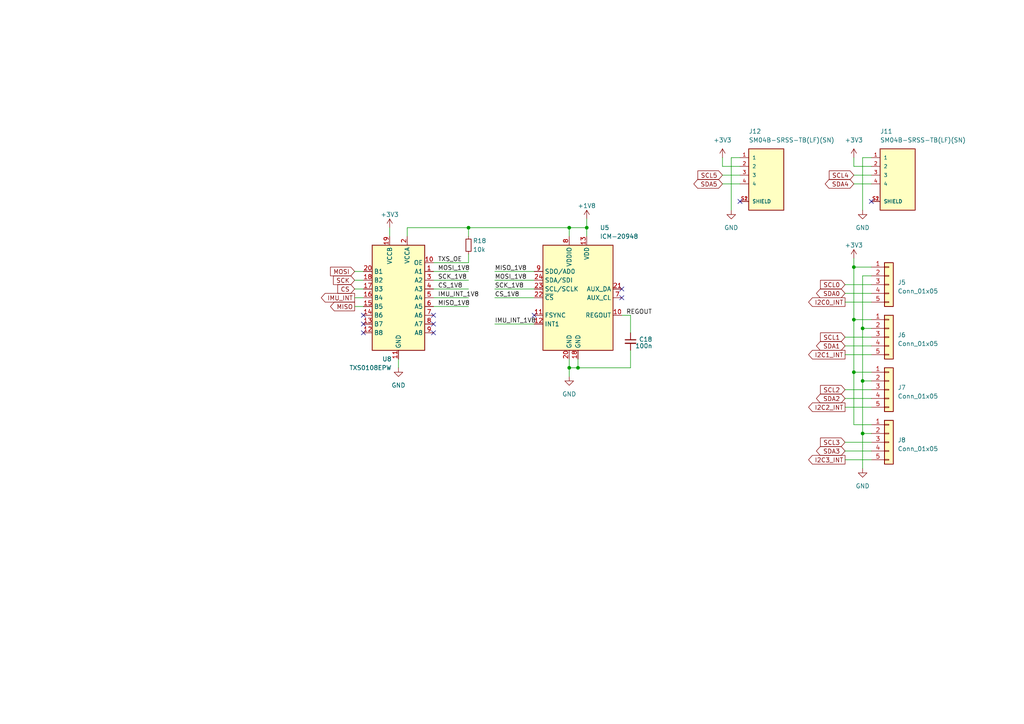
<source format=kicad_sch>
(kicad_sch (version 20230121) (generator eeschema)
  (paper "A4")
  (lib_symbols
    (symbol "Connector_Generic:Conn_01x05" (pin_names (offset 1.016) hide)
      (property "Reference" "J" (at 0 7.62 0))
      (property "Value" "Conn_01x05" (at 0 -7.62 0))
      (symbol "Conn_01x05_1_1"
        (rectangle (start -1.27 -4.953) (end 0 -5.207) (stroke (width 0.1524)))
        (rectangle (start -1.27 -2.413) (end 0 -2.667) (stroke (width 0.1524)))
        (rectangle (start -1.27 0.127) (end 0 -0.127) (stroke (width 0.1524)))
        (rectangle (start -1.27 2.667) (end 0 2.413) (stroke (width 0.1524)))
        (rectangle (start -1.27 5.207) (end 0 4.953) (stroke (width 0.1524)))
        (rectangle (start -1.27 6.35) (end 1.27 -6.35) (stroke (width 0.254)) (fill (type background)))
        (pin passive line (at -5.08 5.08 0) (length 3.81) (name "Pin_1") (number "1"))
        (pin passive line (at -5.08 2.54 0) (length 3.81) (name "Pin_2") (number "2"))
        (pin passive line (at -5.08 0 0) (length 3.81) (name "Pin_3") (number "3"))
        (pin passive line (at -5.08 -2.54 0) (length 3.81) (name "Pin_4") (number "4"))
        (pin passive line (at -5.08 -5.08 0) (length 3.81) (name "Pin_5") (number "5"))
      )
    )
    (symbol "Device:C_Small" (pin_numbers hide) (pin_names (offset 0.254) hide)
      (property "Reference" "C" (at 0.254 1.778 0))
      (property "Value" "C_Small" (at 0.254 -2.032 0))
      (symbol "C_Small_0_1"
        (polyline (pts (xy -1.524 -0.508) (xy 1.524 -0.508)) (stroke (width 0.3302)))
        (polyline (pts (xy -1.524 0.508) (xy 1.524 0.508)) (stroke (width 0.3048)))
      )
      (symbol "C_Small_1_1"
        (pin passive line (at 0 2.54 270) (length 2.032) (name "~") (number "1"))
        (pin passive line (at 0 -2.54 90) (length 2.032) (name "~") (number "2"))
      )
    )
    (symbol "Device:R_Small" (pin_numbers hide) (pin_names (offset 0.254) hide)
      (property "Reference" "R" (at 0.762 0.508 0))
      (property "Value" "R_Small" (at 0.762 -1.016 0))
      (symbol "R_Small_0_1"
        (rectangle (start -0.762 1.778) (end 0.762 -1.778) (stroke (width 0.2032)))
      )
      (symbol "R_Small_1_1"
        (pin passive line (at 0 2.54 270) (length 0.762) (name "~") (number "1"))
        (pin passive line (at 0 -2.54 90) (length 0.762) (name "~") (number "2"))
      )
    )
    (symbol "Logic_LevelTranslator:TXS0108EPW"
      (property "Reference" "U" (at -6.35 16.51 0))
      (property "Value" "TXS0108EPW" (at 3.81 16.51 0))
      (symbol "TXS0108EPW_0_1"
        (rectangle (start -7.62 15.24) (end 7.62 -15.24) (stroke (width 0.254)) (fill (type background)))
      )
      (symbol "TXS0108EPW_1_1"
        (pin bidirectional line (at -10.16 7.62 0) (length 2.54) (name "A1") (number "1"))
        (pin input line (at -10.16 10.16 0) (length 2.54) (name "OE") (number "10"))
        (pin power_in line (at 0 -17.78 90) (length 2.54) (name "GND") (number "11"))
        (pin bidirectional line (at 10.16 -10.16 180) (length 2.54) (name "B8") (number "12"))
        (pin bidirectional line (at 10.16 -7.62 180) (length 2.54) (name "B7") (number "13"))
        (pin bidirectional line (at 10.16 -5.08 180) (length 2.54) (name "B6") (number "14"))
        (pin bidirectional line (at 10.16 -2.54 180) (length 2.54) (name "B5") (number "15"))
        (pin bidirectional line (at 10.16 0 180) (length 2.54) (name "B4") (number "16"))
        (pin bidirectional line (at 10.16 2.54 180) (length 2.54) (name "B3") (number "17"))
        (pin bidirectional line (at 10.16 5.08 180) (length 2.54) (name "B2") (number "18"))
        (pin power_in line (at 2.54 17.78 270) (length 2.54) (name "VCCB") (number "19"))
        (pin power_in line (at -2.54 17.78 270) (length 2.54) (name "VCCA") (number "2"))
        (pin bidirectional line (at 10.16 7.62 180) (length 2.54) (name "B1") (number "20"))
        (pin bidirectional line (at -10.16 5.08 0) (length 2.54) (name "A2") (number "3"))
        (pin bidirectional line (at -10.16 2.54 0) (length 2.54) (name "A3") (number "4"))
        (pin bidirectional line (at -10.16 0 0) (length 2.54) (name "A4") (number "5"))
        (pin bidirectional line (at -10.16 -2.54 0) (length 2.54) (name "A5") (number "6"))
        (pin bidirectional line (at -10.16 -5.08 0) (length 2.54) (name "A6") (number "7"))
        (pin bidirectional line (at -10.16 -7.62 0) (length 2.54) (name "A7") (number "8"))
        (pin bidirectional line (at -10.16 -10.16 0) (length 2.54) (name "A8") (number "9"))
      )
    )
    (symbol "SM04B-SRSS-TB_LF__SN_:SM04B-SRSS-TB(LF)(SN)" (pin_names (offset 1.016))
      (property "Reference" "J" (at -5.0831 8.1433 0))
      (property "Value" "SM04B-SRSS-TB(LF)(SN)" (at -5.0835 -11.9557 0))
      (symbol "SM04B-SRSS-TB(LF)(SN)_0_0"
        (rectangle (start -5.08 -10.16) (end 5.08 7.62) (stroke (width 0.254)) (fill (type background)))
        (pin passive line (at -7.62 5.08 0) (length 2.54) (name "1") (number "1"))
        (pin passive line (at -7.62 2.54 0) (length 2.54) (name "2") (number "2"))
        (pin passive line (at -7.62 0 0) (length 2.54) (name "3") (number "3"))
        (pin passive line (at -7.62 -2.54 0) (length 2.54) (name "4") (number "4"))
        (pin passive line (at -7.62 -7.62 0) (length 2.54) (name "SHIELD") (number "S1"))
        (pin passive line (at -7.62 -7.62 0) (length 2.54) (name "SHIELD") (number "S2"))
      )
    )
    (symbol "Sensor_Motion:ICM-20948"
      (property "Reference" "U5" (at 6.35 20.32 0))
      (property "Value" "ICM-20948" (at 6.35 17.78 0))
      (symbol "ICM-20948_0_1"
        (rectangle (start -10.16 15.24) (end 10.16 -15.24) (stroke (width 0.254)) (fill (type background)))
      )
      (symbol "ICM-20948_1_1"
        (pin no_connect line (at -10.16 12.7 0) (length 2.54) hide (name "NC") (number "1"))
        (pin passive line (at 12.7 -5.08 180) (length 2.54) (name "REGOUT") (number "10"))
        (pin input line (at -12.7 -5.08 0) (length 2.54) (name "FSYNC") (number "11"))
        (pin output line (at -12.7 -7.62 0) (length 2.54) (name "INT1") (number "12"))
        (pin power_in line (at 2.54 17.78 270) (length 2.54) (name "VDD") (number "13"))
        (pin no_connect line (at 10.16 7.62 180) (length 2.54) hide (name "NC") (number "14"))
        (pin no_connect line (at 10.16 5.08 180) (length 2.54) hide (name "NC") (number "15"))
        (pin no_connect line (at 10.16 -7.62 180) (length 2.54) hide (name "NC") (number "16"))
        (pin no_connect line (at 10.16 -10.16 180) (length 2.54) hide (name "NC") (number "17"))
        (pin power_in line (at 0 -17.78 90) (length 2.54) (name "GND") (number "18"))
        (pin no_connect line (at 10.16 -12.7 180) (length 2.54) hide (name "RESV") (number "19"))
        (pin no_connect line (at -10.16 10.16 0) (length 2.54) hide (name "NC") (number "2"))
        (pin passive line (at -2.54 -17.78 90) (length 2.54) (name "GND") (number "20"))
        (pin bidirectional line (at 12.7 2.54 180) (length 2.54) (name "AUX_DA") (number "21"))
        (pin input line (at -12.7 0 0) (length 2.54) (name "~{CS}") (number "22"))
        (pin input line (at -12.7 2.54 0) (length 2.54) (name "SCL/SCLK") (number "23"))
        (pin bidirectional line (at -12.7 5.08 0) (length 2.54) (name "SDA/SDI") (number "24"))
        (pin no_connect line (at -10.16 -2.54 0) (length 2.54) hide (name "NC") (number "3"))
        (pin no_connect line (at -10.16 -10.16 0) (length 2.54) hide (name "NC") (number "4"))
        (pin no_connect line (at -10.16 -12.7 0) (length 2.54) hide (name "NC") (number "5"))
        (pin no_connect line (at 10.16 10.16 180) (length 2.54) hide (name "NC") (number "6"))
        (pin output line (at 12.7 0 180) (length 2.54) (name "AUX_CL") (number "7"))
        (pin power_in line (at -2.54 17.78 270) (length 2.54) (name "VDDIO") (number "8"))
        (pin bidirectional line (at -12.7 7.62 0) (length 2.54) (name "SDO/AD0") (number "9"))
      )
    )
    (symbol "power:+1V8" (power) (pin_names (offset 0))
      (property "Value" "+1V8" (at 0 3.556 0))
      (symbol "+1V8_0_1"
        (polyline (pts (xy -0.762 1.27) (xy 0 2.54)))
        (polyline (pts (xy 0 0) (xy 0 2.54)))
        (polyline (pts (xy 0 2.54) (xy 0.762 1.27)))
      )
      (symbol "+1V8_1_1"
        (pin power_in line (at 0 0 90) (length 0) hide (name "+1V8") (number "1"))
      )
    )
    (symbol "power:+3V3" (power) (pin_names (offset 0))
      (property "Value" "+3V3" (at 0 3.556 0))
      (symbol "+3V3_0_1"
        (polyline (pts (xy -0.762 1.27) (xy 0 2.54)))
        (polyline (pts (xy 0 0) (xy 0 2.54)))
        (polyline (pts (xy 0 2.54) (xy 0.762 1.27)))
      )
      (symbol "+3V3_1_1"
        (pin power_in line (at 0 0 90) (length 0) hide (name "+3V3") (number "1"))
      )
    )
    (symbol "power:GND" (power) (pin_names (offset 0))
      (property "Value" "GND" (at 0 -3.81 0))
      (symbol "GND_0_1"
        (polyline (pts (xy 0 0) (xy 0 -1.27) (xy 1.27 -1.27) (xy 0 -2.54) (xy -1.27 -1.27) (xy 0 -1.27)))
      )
      (symbol "GND_1_1"
        (pin power_in line (at 0 0 270) (length 0) hide (name "GND") (number "1"))
      )
    )
  )
  (junction (at 135.89 66.04))
  (junction (at 250.19 95.25))
  (junction (at 250.19 125.73))
  (junction (at 247.65 77.47))
  (junction (at 170.18 66.04))
  (junction (at 165.1 66.04))
  (junction (at 167.64 106.68))
  (junction (at 165.1 106.68))
  (junction (at 250.19 110.49))
  (junction (at 247.65 107.95))
  (junction (at 247.65 92.71))
  (no_connect (at 105.41 91.44))
  (no_connect (at 105.41 96.52))
  (no_connect (at 180.34 83.82))
  (no_connect (at 105.41 93.98))
  (no_connect (at 125.73 96.52))
  (no_connect (at 180.34 86.36))
  (no_connect (at 154.94 91.44))
  (no_connect (at 252.73 58.42))
  (no_connect (at 125.73 91.44))
  (no_connect (at 125.73 93.98))
  (no_connect (at 214.63 58.42))
  (wire (pts (xy 102.87 78.74) (xy 105.41 78.74)))
  (wire (pts (xy 118.11 66.04) (xy 135.89 66.04)))
  (wire (pts (xy 143.51 81.28) (xy 154.94 81.28)))
  (wire (pts (xy 250.19 110.49) (xy 250.19 95.25)))
  (wire (pts (xy 245.11 85.09) (xy 252.73 85.09)))
  (wire (pts (xy 247.65 77.47) (xy 252.73 77.47)))
  (wire (pts (xy 125.73 83.82) (xy 135.89 83.82)))
  (wire (pts (xy 102.87 88.9) (xy 105.41 88.9)))
  (wire (pts (xy 182.88 101.6) (xy 182.88 106.68)))
  (wire (pts (xy 180.34 91.44) (xy 182.88 91.44)))
  (wire (pts (xy 245.11 82.55) (xy 252.73 82.55)))
  (wire (pts (xy 245.11 133.35) (xy 252.73 133.35)))
  (wire (pts (xy 245.11 118.11) (xy 252.73 118.11)))
  (wire (pts (xy 247.65 45.72) (xy 247.65 48.26)))
  (wire (pts (xy 135.89 66.04) (xy 165.1 66.04)))
  (wire (pts (xy 209.55 50.8) (xy 214.63 50.8)))
  (wire (pts (xy 170.18 63.5) (xy 170.18 66.04)))
  (wire (pts (xy 115.57 106.68) (xy 115.57 104.14)))
  (wire (pts (xy 165.1 106.68) (xy 167.64 106.68)))
  (wire (pts (xy 125.73 88.9) (xy 135.89 88.9)))
  (wire (pts (xy 245.11 128.27) (xy 252.73 128.27)))
  (wire (pts (xy 118.11 66.04) (xy 118.11 68.58)))
  (wire (pts (xy 135.89 66.04) (xy 135.89 68.58)))
  (wire (pts (xy 247.65 50.8) (xy 252.73 50.8)))
  (wire (pts (xy 245.11 97.79) (xy 252.73 97.79)))
  (wire (pts (xy 245.11 113.03) (xy 252.73 113.03)))
  (wire (pts (xy 143.51 78.74) (xy 154.94 78.74)))
  (wire (pts (xy 165.1 109.22) (xy 165.1 106.68)))
  (wire (pts (xy 165.1 66.04) (xy 170.18 66.04)))
  (wire (pts (xy 182.88 106.68) (xy 167.64 106.68)))
  (wire (pts (xy 250.19 95.25) (xy 252.73 95.25)))
  (wire (pts (xy 247.65 123.19) (xy 252.73 123.19)))
  (wire (pts (xy 245.11 115.57) (xy 252.73 115.57)))
  (wire (pts (xy 252.73 45.72) (xy 250.19 45.72)))
  (wire (pts (xy 250.19 125.73) (xy 250.19 135.89)))
  (wire (pts (xy 247.65 107.95) (xy 247.65 123.19)))
  (wire (pts (xy 165.1 104.14) (xy 165.1 106.68)))
  (wire (pts (xy 102.87 81.28) (xy 105.41 81.28)))
  (wire (pts (xy 245.11 100.33) (xy 252.73 100.33)))
  (wire (pts (xy 250.19 45.72) (xy 250.19 60.96)))
  (wire (pts (xy 209.55 48.26) (xy 214.63 48.26)))
  (wire (pts (xy 247.65 92.71) (xy 252.73 92.71)))
  (wire (pts (xy 247.65 77.47) (xy 247.65 92.71)))
  (wire (pts (xy 212.09 45.72) (xy 212.09 60.96)))
  (wire (pts (xy 182.88 91.44) (xy 182.88 96.52)))
  (wire (pts (xy 245.11 87.63) (xy 252.73 87.63)))
  (wire (pts (xy 250.19 125.73) (xy 252.73 125.73)))
  (wire (pts (xy 170.18 66.04) (xy 170.18 68.58)))
  (wire (pts (xy 247.65 107.95) (xy 252.73 107.95)))
  (wire (pts (xy 250.19 110.49) (xy 252.73 110.49)))
  (wire (pts (xy 113.03 66.04) (xy 113.03 68.58)))
  (wire (pts (xy 247.65 48.26) (xy 252.73 48.26)))
  (wire (pts (xy 102.87 83.82) (xy 105.41 83.82)))
  (wire (pts (xy 214.63 45.72) (xy 212.09 45.72)))
  (wire (pts (xy 250.19 80.01) (xy 252.73 80.01)))
  (wire (pts (xy 245.11 102.87) (xy 252.73 102.87)))
  (wire (pts (xy 125.73 76.2) (xy 135.89 76.2)))
  (wire (pts (xy 167.64 106.68) (xy 167.64 104.14)))
  (wire (pts (xy 102.87 86.36) (xy 105.41 86.36)))
  (wire (pts (xy 247.65 74.93) (xy 247.65 77.47)))
  (wire (pts (xy 135.89 73.66) (xy 135.89 76.2)))
  (wire (pts (xy 245.11 130.81) (xy 252.73 130.81)))
  (wire (pts (xy 125.73 81.28) (xy 135.89 81.28)))
  (wire (pts (xy 165.1 68.58) (xy 165.1 66.04)))
  (wire (pts (xy 143.51 86.36) (xy 154.94 86.36)))
  (wire (pts (xy 143.51 93.98) (xy 154.94 93.98)))
  (wire (pts (xy 250.19 125.73) (xy 250.19 110.49)))
  (wire (pts (xy 250.19 95.25) (xy 250.19 80.01)))
  (wire (pts (xy 247.65 53.34) (xy 252.73 53.34)))
  (wire (pts (xy 125.73 86.36) (xy 135.89 86.36)))
  (wire (pts (xy 209.55 53.34) (xy 214.63 53.34)))
  (wire (pts (xy 247.65 92.71) (xy 247.65 107.95)))
  (wire (pts (xy 143.51 83.82) (xy 154.94 83.82)))
  (wire (pts (xy 209.55 45.72) (xy 209.55 48.26)))
  (wire (pts (xy 125.73 78.74) (xy 135.89 78.74)))
  (label "SCK_1V8" (at 143.51 83.82 0))
  (label "SCK_1V8" (at 127 81.28 0))
  (label "MISO_1V8" (at 143.51 78.74 0))
  (label "CS_1V8" (at 143.51 86.36 0))
  (label "CS_1V8" (at 127 83.82 0))
  (label "REGOUT" (at 181.61 91.44 0))
  (label "MISO_1V8" (at 127 88.9 0))
  (label "IMU_INT_1V8" (at 143.51 93.98 0))
  (label "IMU_INT_1V8" (at 127 86.36 0))
  (label "MOSI_1V8" (at 143.51 81.28 0))
  (label "MOSI_1V8" (at 127 78.74 0))
  (label "TXS_OE" (at 127 76.2 0))
  (global_label "SCL0" (shape input) (at 245.11 82.55 180) (property "Intersheetrefs" "${INTERSHEET_REFS}" (effects hide)))
  (global_label "SDA0" (shape bidirectional) (at 245.11 85.09 180) (property "Intersheetrefs" "${INTERSHEET_REFS}" (effects hide)))
  (global_label "CS" (shape input) (at 102.87 83.82 180) (property "Intersheetrefs" "${INTERSHEET_REFS}" (effects hide)))
  (global_label "SCL3" (shape input) (at 245.11 128.27 180) (property "Intersheetrefs" "${INTERSHEET_REFS}" (effects hide)))
  (global_label "SCK" (shape input) (at 102.87 81.28 180) (property "Intersheetrefs" "${INTERSHEET_REFS}" (effects hide)))
  (global_label "SDA5" (shape bidirectional) (at 209.55 53.34 180) (property "Intersheetrefs" "${INTERSHEET_REFS}" (effects hide)))
  (global_label "SCL1" (shape input) (at 245.11 97.79 180) (property "Intersheetrefs" "${INTERSHEET_REFS}" (effects hide)))
  (global_label "SDA1" (shape bidirectional) (at 245.11 100.33 180) (property "Intersheetrefs" "${INTERSHEET_REFS}" (effects hide)))
  (global_label "SDA4" (shape bidirectional) (at 247.65 53.34 180) (property "Intersheetrefs" "${INTERSHEET_REFS}" (effects hide)))
  (global_label "MISO" (shape output) (at 102.87 88.9 180) (property "Intersheetrefs" "${INTERSHEET_REFS}" (effects hide)))
  (global_label "MOSI" (shape input) (at 102.87 78.74 180) (property "Intersheetrefs" "${INTERSHEET_REFS}" (effects hide)))
  (global_label "SDA2" (shape bidirectional) (at 245.11 115.57 180) (property "Intersheetrefs" "${INTERSHEET_REFS}" (effects hide)))
  (global_label "SCL5" (shape input) (at 209.55 50.8 180) (property "Intersheetrefs" "${INTERSHEET_REFS}" (effects hide)))
  (global_label "SCL2" (shape input) (at 245.11 113.03 180) (property "Intersheetrefs" "${INTERSHEET_REFS}" (effects hide)))
  (global_label "SDA3" (shape bidirectional) (at 245.11 130.81 180) (property "Intersheetrefs" "${INTERSHEET_REFS}" (effects hide)))
  (global_label "I2C3_INT" (shape output) (at 245.11 133.35 180) (property "Intersheetrefs" "${INTERSHEET_REFS}" (effects hide)))
  (global_label "I2C0_INT" (shape output) (at 245.11 87.63 180) (property "Intersheetrefs" "${INTERSHEET_REFS}" (effects hide)))
  (global_label "SCL4" (shape input) (at 247.65 50.8 180) (property "Intersheetrefs" "${INTERSHEET_REFS}" (effects hide)))
  (global_label "I2C1_INT" (shape output) (at 245.11 102.87 180) (property "Intersheetrefs" "${INTERSHEET_REFS}" (effects hide)))
  (global_label "I2C2_INT" (shape output) (at 245.11 118.11 180) (property "Intersheetrefs" "${INTERSHEET_REFS}" (effects hide)))
  (global_label "IMU_INT" (shape output) (at 102.87 86.36 180) (property "Intersheetrefs" "${INTERSHEET_REFS}" (effects hide)))
  (symbol (lib_id "power:GND") (at 212.09 60.96 0) (unit 1)
    (property "Reference" "#PWR078" (effects hide))
    (property "Value" "GND" (at 212.09 66.04 0))
    (instances (project "DE10-lite_shield" (path "" (reference "#PWR078") (unit 1)) (path "" (reference "#PWR04") (unit 1))))
  )
  (symbol (lib_id "Device:C_Small") (at 182.88 99.06 0) (mirror y) (unit 1)
    (property "Reference" "C18" (at 189.23 98.4313 0) (effects (justify left)))
    (property "Value" "100n" (at 189.23 100.33 0) (effects (justify left)))
    (property "Footprint" "Capacitor_SMD:C_0402_1005Metric" (effects hide))
    (instances (project "DE10-lite_shield" (path "" (reference "C18") (unit 1)) (path "" (reference "C18") (unit 1)) (path "" (reference "C30") (unit 1))))
  )
  (symbol (lib_id "Connector_Generic:Conn_01x05") (at 257.81 97.79 0) (unit 1)
    (property "Reference" "J6" (at 260.35 97.155 0) (effects (justify left)))
    (property "Value" "Conn_01x05" (at 260.35 99.695 0) (effects (justify left)))
    (property "Footprint" "Connector_PinHeader_2.54mm:PinHeader_1x05_P2.54mm_Vertical" (effects hide))
  )
  (symbol (lib_id "power:+3V3") (at 247.65 74.93 0) (unit 1)
    (property "Reference" "#PWR057" (effects hide))
    (property "Value" "+3V3" (at 247.65 71.12 0))
    (instances (project "DE10-lite_shield" (path "" (reference "#PWR057") (unit 1)) (path "" (reference "#PWR013") (unit 1))))
  )
  (symbol (lib_id "Connector_Generic:Conn_01x05") (at 257.81 82.55 0) (unit 1)
    (property "Reference" "J5" (at 260.35 81.915 0) (effects (justify left)))
    (property "Value" "Conn_01x05" (at 260.35 84.455 0) (effects (justify left)))
    (property "Footprint" "Connector_PinHeader_2.54mm:PinHeader_1x05_P2.54mm_Vertical" (effects hide))
  )
  (symbol (lib_id "Device:R_Small") (at 135.89 71.12 180) (unit 1)
    (property "Reference" "R18" (at 137.16 69.85 0) (effects (justify right)))
    (property "Value" "10k" (at 137.16 72.39 0) (effects (justify right)))
    (property "Footprint" "Resistor_SMD:R_0402_1005Metric" (effects hide))
    (instances (project "DE10-lite_shield" (path "" (reference "R18") (unit 1)) (path "" (reference "R18") (unit 1)) (path "" (reference "R43") (unit 1))))
  )
  (symbol (lib_id "Connector_Generic:Conn_01x05") (at 257.81 128.27 0) (unit 1)
    (property "Reference" "J8" (at 260.35 127.635 0) (effects (justify left)))
    (property "Value" "Conn_01x05" (at 260.35 130.175 0) (effects (justify left)))
    (property "Footprint" "Connector_PinHeader_2.54mm:PinHeader_1x05_P2.54mm_Vertical" (effects hide))
  )
  (symbol (lib_id "SM04B-SRSS-TB_LF__SN_:SM04B-SRSS-TB(LF)(SN)") (at 222.25 50.8 0) (unit 1)
    (property "Reference" "J12" (at 217.17 38.1 0) (effects (justify left)))
    (property "Value" "SM04B-SRSS-TB(LF)(SN)" (at 217.17 40.64 0) (effects (justify left)))
    (property "Footprint" "footprints:JST_SM04B-SRSS-TB(LF)(SN)" (effects hide))
    (property "MANUFACTURER" "JST" (effects hide))
    (property "STANDARD" "Manufacturer recommendations" (effects hide))
    (instances (project "DE10-lite_shield" (path "" (reference "J12") (unit 1)) (path "" (reference "J4") (unit 1))))
  )
  (symbol (lib_id "Sensor_Motion:ICM-20948") (at 167.64 86.36 0) (unit 1)
    (property "Reference" "U5" (at 173.99 66.04 0) (effects (justify left)))
    (property "Value" "ICM-20948" (at 173.99 68.58 0) (effects (justify left)))
    (property "Footprint" "Sensor_Motion:InvenSense_QFN-24_3x3mm_P0.4mm" (effects hide))
    (property "Datasheet" "http://www.invensense.com/wp-content/uploads/2016/06/DS-000189-ICM-20948-v1.3.pdf" (effects hide))
    (instances (project "DE10-lite_shield" (path "" (reference "U5") (unit 1)) (path "" (reference "U8") (unit 1)) (path "" (reference "U13") (unit 1))))
  )
  (symbol (lib_id "SM04B-SRSS-TB_LF__SN_:SM04B-SRSS-TB(LF)(SN)") (at 260.35 50.8 0) (unit 1)
    (property "Reference" "J11" (at 255.27 38.1 0) (effects (justify left)))
    (property "Value" "SM04B-SRSS-TB(LF)(SN)" (at 255.27 40.64 0) (effects (justify left)))
    (property "Footprint" "footprints:JST_SM04B-SRSS-TB(LF)(SN)" (effects hide))
    (property "MANUFACTURER" "JST" (effects hide))
    (property "STANDARD" "Manufacturer recommendations" (effects hide))
  )
  (symbol (lib_id "power:+3V3") (at 113.03 66.04 0) (unit 1)
    (property "Reference" "#PWR056" (effects hide))
    (property "Value" "+3V3" (at 113.03 62.23 0))
    (instances (project "DE10-lite_shield" (path "" (reference "#PWR056") (unit 1)) (path "" (reference "#PWR09") (unit 1)) (path "" (reference "#PWR098") (unit 1))))
  )
  (symbol (lib_id "Logic_LevelTranslator:TXS0108EPW") (at 115.57 86.36 0) (mirror y) (unit 1)
    (property "Reference" "U8" (at 113.6141 104.14 0) (effects (justify left)))
    (property "Value" "TXS0108EPW" (at 113.6141 106.68 0) (effects (justify left)))
    (property "Footprint" "Package_SO:TSSOP-20_4.4x6.5mm_P0.65mm" (effects hide))
    (property "Datasheet" "www.ti.com/lit/ds/symlink/txs0108e.pdf" (effects hide))
    (instances (project "DE10-lite_shield" (path "" (reference "U8") (unit 1)) (path "" (reference "U5") (unit 1)) (path "" (reference "U12") (unit 1))))
  )
  (symbol (lib_id "power:GND") (at 165.1 109.22 0) (unit 1)
    (property "Reference" "#PWR09" (effects hide))
    (property "Value" "GND" (at 165.1 114.3 0))
    (instances (project "DE10-lite_shield" (path "" (reference "#PWR09") (unit 1)) (path "" (reference "#PWR053") (unit 1)) (path "" (reference "#PWR0100") (unit 1))))
  )
  (symbol (lib_id "power:GND") (at 250.19 60.96 0) (unit 1)
    (property "Reference" "#PWR076" (effects hide))
    (property "Value" "GND" (at 250.19 66.04 0))
    (instances (project "DE10-lite_shield" (path "" (reference "#PWR076") (unit 1)) (path "" (reference "#PWR035") (unit 1))))
  )
  (symbol (lib_id "Connector_Generic:Conn_01x05") (at 257.81 113.03 0) (unit 1)
    (property "Reference" "J7" (at 260.35 112.395 0) (effects (justify left)))
    (property "Value" "Conn_01x05" (at 260.35 114.935 0) (effects (justify left)))
    (property "Footprint" "Connector_PinHeader_2.54mm:PinHeader_1x05_P2.54mm_Vertical" (effects hide))
  )
  (symbol (lib_id "power:GND") (at 115.57 106.68 0) (unit 1)
    (property "Reference" "#PWR053" (effects hide))
    (property "Value" "GND" (at 115.57 111.76 0))
    (instances (project "DE10-lite_shield" (path "" (reference "#PWR053") (unit 1)) (path "" (reference "#PWR052") (unit 1)) (path "" (reference "#PWR099") (unit 1))))
  )
  (symbol (lib_id "power:+3V3") (at 209.55 45.72 0) (unit 1)
    (property "Reference" "#PWR077" (effects hide))
    (property "Value" "+3V3" (at 209.55 40.64 0))
    (instances (project "DE10-lite_shield" (path "" (reference "#PWR077") (unit 1)) (path "" (reference "#PWR02") (unit 1))) (project "ViRG0_PCB" (path "" (reference "#PWR052") (unit 1))))
  )
  (symbol (lib_id "power:+3V3") (at 247.65 45.72 0) (unit 1)
    (property "Reference" "#PWR075" (effects hide))
    (property "Value" "+3V3" (at 247.65 40.64 0))
    (instances (project "DE10-lite_shield" (path "" (reference "#PWR075") (unit 1)) (path "" (reference "#PWR012") (unit 1))) (project "ViRG0_PCB" (path "" (reference "#PWR052") (unit 1))))
  )
  (symbol (lib_id "power:GND") (at 250.19 135.89 0) (unit 1)
    (property "Reference" "#PWR058" (effects hide))
    (property "Value" "GND" (at 250.19 140.97 0))
    (instances (project "DE10-lite_shield" (path "" (reference "#PWR058") (unit 1)) (path "" (reference "#PWR036") (unit 1))))
  )
  (symbol (lib_id "power:+1V8") (at 170.18 63.5 0) (unit 1)
    (property "Reference" "#PWR052" (effects hide))
    (property "Value" "+1V8" (at 170.18 59.69 0))
    (instances (project "DE10-lite_shield" (path "" (reference "#PWR052") (unit 1)) (path "" (reference "#PWR056") (unit 1)) (path "" (reference "#PWR0101") (unit 1))))
  )
)
</source>
